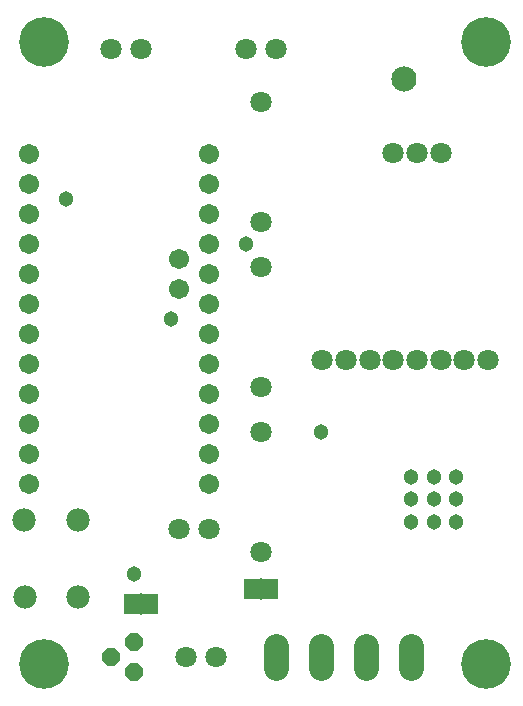
<source format=gbs>
G75*
%MOIN*%
%OFA0B0*%
%FSLAX25Y25*%
%IPPOS*%
%LPD*%
%AMOC8*
5,1,8,0,0,1.08239X$1,22.5*
%
%ADD10C,0.16548*%
%ADD11C,0.07099*%
%ADD12C,0.07800*%
%ADD13C,0.08400*%
%ADD14OC8,0.06000*%
%ADD15C,0.07100*%
%ADD16R,0.05400X0.07100*%
%ADD17R,0.00600X0.07200*%
%ADD18C,0.06737*%
%ADD19C,0.08300*%
%ADD20C,0.05131*%
D10*
X0016787Y0016787D03*
X0164287Y0016787D03*
X0164287Y0224287D03*
X0016787Y0224287D03*
D11*
X0039287Y0221787D03*
X0049287Y0221787D03*
X0084287Y0221787D03*
X0094287Y0221787D03*
X0133283Y0187122D03*
X0141157Y0187122D03*
X0149031Y0187122D03*
X0149031Y0118224D03*
X0156906Y0118224D03*
X0164780Y0118224D03*
X0141157Y0118224D03*
X0133283Y0118224D03*
X0125409Y0118224D03*
X0117535Y0118224D03*
X0109661Y0118224D03*
X0071787Y0061787D03*
X0061787Y0061787D03*
X0064287Y0019287D03*
X0074287Y0019287D03*
D12*
X0028072Y0039380D03*
X0010434Y0039183D03*
X0010237Y0064774D03*
X0028269Y0064774D03*
D13*
X0136787Y0211787D03*
D14*
X0046787Y0024287D03*
X0039287Y0019287D03*
X0046787Y0014287D03*
D15*
X0089287Y0054287D03*
X0089287Y0094287D03*
X0089287Y0109287D03*
X0089287Y0149287D03*
X0089287Y0164287D03*
X0089287Y0204287D03*
D16*
X0086287Y0041787D03*
X0092287Y0041787D03*
X0052287Y0036787D03*
X0046287Y0036787D03*
D17*
X0049287Y0036787D03*
X0089287Y0041787D03*
D18*
X0071787Y0076787D03*
X0071787Y0086787D03*
X0071787Y0096787D03*
X0071787Y0106787D03*
X0071787Y0116787D03*
X0071787Y0126787D03*
X0071787Y0136787D03*
X0071787Y0146787D03*
X0071787Y0156787D03*
X0071787Y0166787D03*
X0071787Y0176787D03*
X0071787Y0186787D03*
X0061787Y0151787D03*
X0061787Y0141787D03*
X0011787Y0136787D03*
X0011787Y0126787D03*
X0011787Y0116787D03*
X0011787Y0106787D03*
X0011787Y0096787D03*
X0011787Y0086787D03*
X0011787Y0076787D03*
X0011787Y0146787D03*
X0011787Y0156787D03*
X0011787Y0166787D03*
X0011787Y0176787D03*
X0011787Y0186787D03*
D19*
X0094287Y0023037D02*
X0094287Y0015537D01*
X0109287Y0015537D02*
X0109287Y0023037D01*
X0124287Y0023037D02*
X0124287Y0015537D01*
X0139287Y0015537D02*
X0139287Y0023037D01*
D20*
X0139287Y0064287D03*
X0139287Y0071787D03*
X0139287Y0079287D03*
X0146787Y0079287D03*
X0146787Y0071787D03*
X0146787Y0064287D03*
X0154287Y0064287D03*
X0154287Y0071787D03*
X0154287Y0079287D03*
X0109287Y0094287D03*
X0084287Y0156787D03*
X0059287Y0131787D03*
X0024287Y0171787D03*
X0046787Y0046787D03*
M02*

</source>
